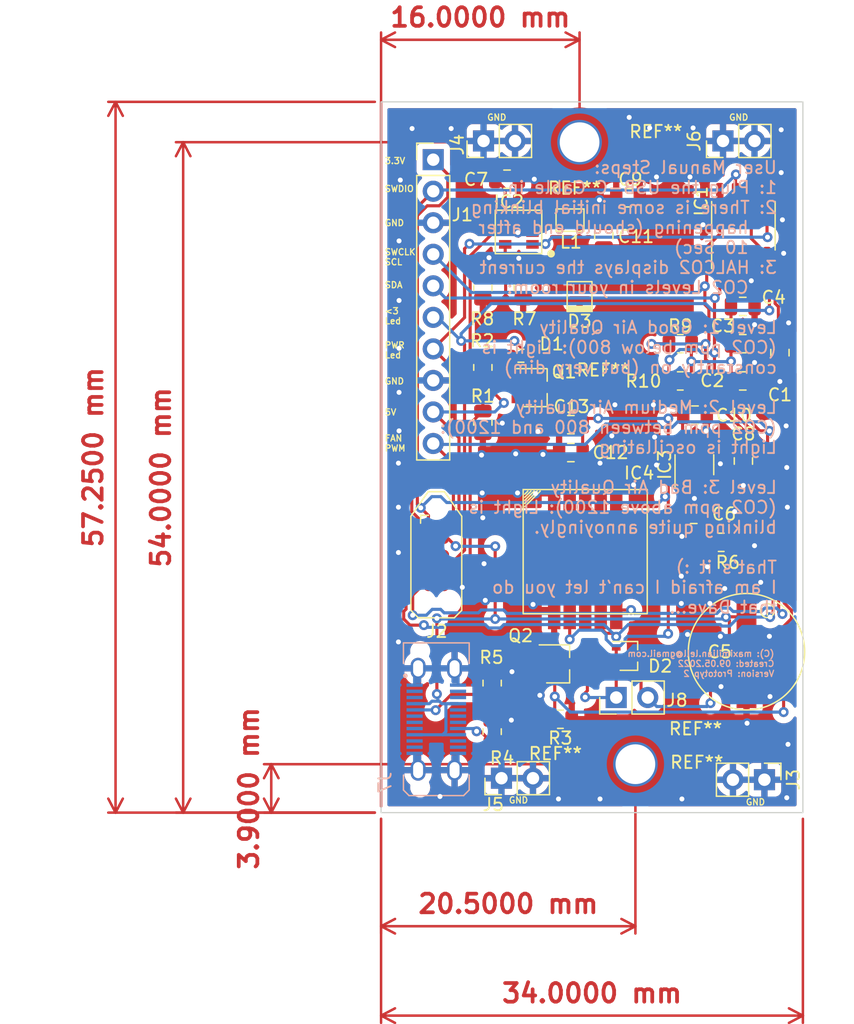
<source format=kicad_pcb>
(kicad_pcb (version 20211014) (generator pcbnew)
  (layers (0 "F.Cu" signal) (31 "B.Cu" signal) (34 "B.Paste" user) (35 "F.Paste" user) (36 "B.SilkS" user "B.Silkscreen") (37 "F.SilkS" user "F.Silkscreen") (38 "B.Mask" user) (39 "F.Mask" user) (44 "Edge.Cuts" user))
  (net 0 "")
  (net 1 "DcFan_TTL")
  (net 2 "GND")
  (net 3 "+3V3")
  (net 4 "+5V")
  (net 5 "Net-(C8-Pad1)")
  (net 6 "Net-(D1-Pad1)")
  (net 7 "I2C_SCL")
  (net 8 "SignalLed_PWM")
  (net 9 "StatusLed_TTL")
  (net 10 "SWDIO")
  (net 11 "Net-(IC2-Pad3)")
  (net 12 "Net-(IC3-Pad3)")
  (net 27 "Net-(D2-Pad1)")
  (net 33 "Net-(J7-PadB5)")
  (net 41 "Net-(J7-PadA5)")
  (net 44 "Net-(D1-Pad2)")
  (net 45 "I2C_SDA")
  (net 46 "/Power_LedDriver_Fan/Power LED Anode")
  (net 47 "/Power_LedDriver_Fan/Power LED Kathode")
  (footprint "MountingHole:MountingHole_3.2mm_M3_DIN965_Pad_TopOnly" (layer "F.Cu") (at 161.65 116.95)
    (fp_text reference "REF**")
    (fp_text value "MountingHole_3.2mm_M3_DIN965_Pad_TopOnly")
  )
  (footprint "Capacitor_SMD:C_0805_2012Metric" (layer "F.Cu") (at 156.45 89.6 180)
    (fp_text reference "C13")
    (fp_text value "100n")
  )
  (footprint "Connector_PinHeader_2.54mm:PinHeader_1x02_P2.54mm_Vertical" (layer "F.Cu") (at 160.10452 111.578448 90)
    (fp_text reference "J8")
    (fp_text value "~")
  )
  (footprint "Capacitor_SMD:C_0805_2012Metric" (layer "F.Cu") (at 156.45 91.85 180)
    (fp_text reference "C12")
    (fp_text value "1u")
  )
  (footprint "Package_SO:SO-8_3.9x4.9mm_P1.27mm" (layer "F.Cu") (at 170.35452 73.578448 90)
    (fp_text reference "IC1")
    (fp_text value "STM32G031J6")
  )
  (footprint "MountingHole:MountingHole_3.2mm_M3_DIN965_Pad_TopOnly" (layer "F.Cu") (at 157.15 66.85)
    (fp_text reference "REF**")
    (fp_text value "MountingHole_3.2mm_M3_DIN965_Pad_TopOnly")
  )
  (footprint "Resistor_SMD:R_0805_2012Metric" (layer "F.Cu") (at 165.26702 86.078448 180)
    (fp_text reference "R10")
    (fp_text value "5k1")
  )
  (footprint "Sensor:SCD4X" (layer "F.Cu") (at 157.60452 99.828448)
    (fp_text reference "IC4")
    (fp_text value "SCD4X")
  )
  (footprint "Package_TO_SOT_SMD:SOT-323_SC-70" (layer "F.Cu") (at 161.10452 108.228448)
    (fp_text reference "D2")
    (fp_text value "DAN235FMT106")
  )
  (footprint "Fiducial:Fiducial_0.75mm_Mask1.5mm" (layer "F.Cu") (at 152.55 114.85)
    (fp_text reference "REF**")
    (fp_text value "Fiducial_0.75mm_Mask1.5mm")
  )
  (footprint "Resistor_SMD:R_0805_2012Metric" (layer "F.Cu") (at 149.35452 89.415948 -90)
    (fp_text reference "R1")
    (fp_text value "5k1")
  )
  (footprint "Capacitor_SMD:C_0805_2012Metric" (layer "F.Cu") (at 161.05452 71.328448 180)
    (fp_text reference "C9")
    (fp_text value "10u")
  )
  (footprint "Fiducial:Fiducial_0.75mm_Mask1.5mm" (layer "F.Cu") (at 165.95 108.95)
    (fp_text reference "REF**")
    (fp_text value "Fiducial_0.75mm_Mask1.5mm")
  )
  (footprint "Resistor_SMD:R_0805_2012Metric" (layer "F.Cu") (at 150.10452 110.415948 90)
    (fp_text reference "R5")
    (fp_text value "5k1")
  )
  (footprint "Resistor_SMD:R_0805_2012Metric" (layer "F.Cu") (at 149.35452 84.990948 90)
    (fp_text reference "R2")
    (fp_text value "270R")
  )
  (footprint "Package_TO_SOT_SMD:TSOT-23" (layer "F.Cu") (at 153.59 86.6)
    (fp_text reference "Q1")
    (fp_text value "Q_NMOS_GSD")
  )
  (footprint "Connector_PinHeader_2.54mm:PinHeader_1x02_P2.54mm_Vertical" (layer "F.Cu") (at 172.05 118.2 -90)
    (fp_text reference "J3")
    (fp_text value "~")
  )
  (footprint "Fiducial:Fiducial_0.75mm_Mask1.5mm" (layer "F.Cu") (at 157.35 87.15)
    (fp_text reference "REF**")
    (fp_text value "Fiducial_0.75mm_Mask1.5mm")
  )
  (footprint "Resistor_SMD:R_0805_2012Metric" (layer "F.Cu") (at 149.35452 78.578448 90)
    (fp_text reference "R8")
    (fp_text value "5R6")
  )
  (footprint "Resistor_SMD:R_0805_2012Metric" (layer "F.Cu") (at 155.60452 113.328448)
    (fp_text reference "R3")
    (fp_text value "5k1")
  )
  (footprint "Connector_PinHeader_2.54mm:PinHeader_1x02_P2.54mm_Vertical" (layer "F.Cu") (at 150.85452 118.078448 90)
    (fp_text reference "J5")
    (fp_text value "~")
  )
  (footprint "Capacitor_SMD:C_0805_2012Metric" (layer "F.Cu") (at 166.45452 88.828448)
    (fp_text reference "C10")
    (fp_text value "1u")
  )
  (footprint "Connector:Tag-Connect_TC2050-IDC-NL_2x05_P1.27mm_Vertical" (layer "F.Cu") (at 145.60452 100.078448 -90)
    (fp_text reference "J2")
    (fp_text value "Conn_01x10")
  )
  (footprint "Capacitor_SMD:C_0805_2012Metric" (layer "F.Cu") (at 159.10452 74.378448 90)
    (fp_text reference "C11")
    (fp_text value "100n")
  )
  (footprint "Connector_PinHeader_2.54mm:PinHeader_1x02_P2.54mm_Vertical" (layer "F.Cu") (at 168.71 66.75 90)
    (fp_text reference "J6")
    (fp_text value "~")
  )
  (footprint "Capacitor_SMD:C_0805_2012Metric" (layer "F.Cu") (at 151.30452 69.828448)
    (fp_text reference "C7")
    (fp_text value "10u")
  )
  (footprint "Resistor_SMD:R_0805_2012Metric" (layer "F.Cu") (at 165.26702 83.078448 180)
    (fp_text reference "R9")
    (fp_text value "5k1")
  )
  (footprint "Resistor_SMD:R_0805_2012Metric" (layer "F.Cu") (at 152.60452 78.578448 90)
    (fp_text reference "R7")
    (fp_text value "6R8")
  )
  (footprint "Resistor_SMD:R_0603_1608Metric" (layer "F.Cu") (at 152.425 84.05 180)
    (fp_text reference "D1")
    (fp_text value "~")
  )
  (footprint "Custom_Parts:Cap_Elko_330u_6V3" (layer "F.Cu") (at 170.60452 105.078448 -90)
    (fp_text reference "C5")
    (fp_text value "330u")
  )
  (footprint "Capacitor_SMD:C_0805_2012Metric" (layer "F.Cu") (at 170.30452 80.078448)
    (fp_text reference "C4")
    (fp_text value "100n")
  )
  (footprint "Capacitor_SMD:C_0805_2012Metric" (layer "F.Cu") (at 170.35452 92.528448 -90)
    (fp_text reference "C8")
    (fp_text value "100n")
  )
  (footprint "Resistor_SMD:R_0805_2012Metric" (layer "F.Cu") (at 168.56702 99.078448 180)
    (fp_text reference "R6")
    (fp_text value "5k1")
  )
  (footprint "Connector_PinHeader_2.54mm:PinHeader_1x10_P2.54mm_Vertical" (layer "F.Cu") (at 145.35452 68.258448)
    (fp_text reference "J1")
    (fp_text value "Conn_01x10_Male")
  )
  (footprint "Capacitor_SMD:C_0805_2012Metric" (layer "F.Cu") (at 166.35452 96.828448)
    (fp_text reference "C6")
    (fp_text value "1u")
  )
  (footprint "Capacitor_SMD:C_0805_2012Metric" (layer "F.Cu") (at 173.3 83.8 -90)
    (fp_text reference "C1")
    (fp_text value "100n")
  )
  (footprint "Package_TO_SOT_SMD:TSOT25" (layer "F.Cu") (at 153.35452 75.078448 180)
    (fp_text reference "IC2")
    (fp_text value "PAM2804")
  )
  (footprint "Package_TO_SOT_SMD:TSOT-23-5" (layer "F.Cu") (at 166.40452 92.828448 90)
    (fp_text reference "IC3")
    (fp_text value "LDK120M33R")
  )
  (footprint "Package_TO_SOT_SMD:TSOT-23" (layer "F.Cu") (at 155.4 108.85)
    (fp_text reference "Q2")
    (fp_text value "Q_NMOS_GSD")
  )
  (footprint "Resistor_SMD:R_0805_2012Metric" (layer "F.Cu") (at 150.10452 114.328448 90)
    (fp_text reference "R4")
    (fp_text value "5k1")
  )
  (footprint "Fiducial:Fiducial_0.75mm_Mask1.5mm" (layer "F.Cu") (at 164.45 67.35)
    (fp_text reference "REF**")
    (fp_text value "Fiducial_0.75mm_Mask1.5mm")
  )
  (footprint "Capacitor_SMD:C_0805_2012Metric" (layer "F.Cu") (at 170.30452 83.078448)
    (fp_text reference "C3")
    (fp_text value "1u")
  )
  (footprint "Custom_Parts:Cree_SMD2" (layer "F.Cu") (at 157.15 79.578448 180)
    (fp_text reference "D3")
    (fp_text value "LED")
  )
  (footprint "Connector_PinHeader_2.54mm:PinHeader_1x02_P2.54mm_Vertical" (layer "F.Cu") (at 149.41 66.75 90)
    (fp_text reference "J4")
    (fp_text value "~")
  )
  (footprint "Custom_Parts:SRP2010DPA-4R7M" (layer "F.Cu") (at 155.65452 73.128448 -90)
    (fp_text reference "L1")
    (fp_text value "4u7")
  )
  (footprint "Capacitor_SMD:C_0805_2012Metric" (layer "F.Cu") (at 170.30452 86.078448)
    (fp_text reference "C2")
    (fp_text value "10u")
  )
  (footprint "Connector_USB:USB_C_Receptacle_JAE_DX07S024WJ3R400" (layer "B.Cu") (at 145.60452 113.328448 -90)
    (fp_text reference "J7")
    (fp_text value "~")
  )
  (gr_rect (start 141.15 63.6) (end 175.15 120.85) (layer "Edge.Cuts") (width 0.1) (fill none))
  (gr_text "(C): maximilian.lell@gmail.com\nCreated: 09.05.2022\nVersion: Prototyp 2\n" (at 172.9 108.85) (layer "B.SilkS") (effects (font (size 0.5 0.5) (thickness 0.1)) (justify left mirror)))
  (gr_text "User Manual Steps:\n1: Plug the USB-C Cable in.\n2: There is some initial blinking\n   happening (should end after \n   10 Sec)\n3: HALCO2 displays the current \n   CO2 Levels in your room:\n\nLevel 1: Good Air Quality\n(CO2 ppm below 800): Light is \nconstantly on (but very dim)\n\nLevel 2: Medium Air Quality\n(CO2 ppm between 800 and 1200):\nLight is oscillating\n\nLevel 3: Bad Air Quality\n(CO2 ppm above 1200): Light is\nblinking quite annoyingly.\n\nThat's it :)\nI am afraid I can't let you do \nthat Dave... " (at 173.15 86.6) (layer "B.SilkS") (effects (font (size 1 1)) (justify left mirror)))
  (gr_text "SWDIO" (at 141.4 70.6) (layer "F.SilkS") (effects (font (size 0.5 0.5) (thickness 0.1)) (justify left)))
  (gr_text "FAN\nPWM" (at 141.4 91.1) (layer "F.SilkS") (effects (font (size 0.5 0.5) (thickness 0.1)) (justify left)))
  (gr_text "PWR\nLed" (at 141.4 83.6) (layer "F.SilkS") (effects (font (size 0.5 0.5) (thickness 0.1)) (justify left)))
  (gr_text "SWCLK\nSCL" (at 141.4 76.1) (layer "F.SilkS") (effects (font (size 0.5 0.5) (thickness 0.1)) (justify left)))
  (gr_text "GND" (at 151.4 119.85) (layer "F.SilkS") (effects (font (size 0.5 0.5) (thickness 0.1)) (justify left)))
  (gr_text "GND" (at 141.4 86.1) (layer "F.SilkS") (effects (font (size 0.5 0.5) (thickness 0.1)) (justify left)))
  (gr_text "GND" (at 170.5 120) (layer "F.SilkS") (effects (font (size 0.5 0.5) (thickness 0.1)) (justify left)))
  (gr_text "5V" (at 141.4 88.6) (layer "F.SilkS") (effects (font (size 0.5 0.5) (thickness 0.1)) (justify left)))
  (gr_text "3.3V" (at 141.4 68.35) (layer "F.SilkS") (effects (font (size 0.5 0.5) (thickness 0.1)) (justify left)))
  (gr_text "GND" (at 141.4 73.35) (layer "F.SilkS") (effects (font (size 0.5 0.5) (thickness 0.1)) (justify left)))
  (gr_text "GND" (at 149.65 64.85) (layer "F.SilkS") (effects (font (size 0.5 0.5) (thickness 0.1)) (justify left)))
  (gr_text "SDA" (at 141.4 78.35) (layer "F.SilkS") (effects (font (size 0.5 0.5) (thickness 0.1)) (justify left)))
  (gr_text "<3\nLed" (at 141.4 80.85) (layer "F.SilkS") (effects (font (size 0.5 0.5) (thickness 0.1)) (justify left)))
  (gr_text "GND" (at 169.15 64.85) (layer "F.SilkS") (effects (font (size 0.5 0.5) (thickness 0.1)) (justify left)))
  (dimension (type aligned) (layer "F.Cu") (pts (xy 141.15 120.85) (xy 141.15 63.6)) (height -21.4) (gr_text "57.2500 mm" (at 117.95 92.225 90) (layer "F.Cu") (effects (font (size 1.5 1.5) (thickness 0.3)))) (format (units 3) (units_format 1) (precision 4)) (style (thickness 0.2) (arrow_length 1.27) (text_position_mode 0) (extension_height 0.58642) (extension_offset 0.5) keep_text_aligned))
  (dimension (type aligned) (layer "F.Cu") (pts (xy 141.15 120.85) (xy 175.15 120.85)) (height 16.349999) (gr_text "34.0000 mm" (at 158.15 135.399999) (layer "F.Cu") (effects (font (size 1.5 1.5) (thickness 0.3)))) (format (units 3) (units_format 1) (precision 4)) (style (thickness 0.2) (arrow_length 1.27) (text_position_mode 0) (extension_height 0.58642) (extension_offset 0.5) keep_text_aligned))
  (dimension (type orthogonal) (layer "F.Cu") (pts (xy 141.15 120.85) (xy 161.65 116.95)) (height 9.15) (orientation 0) (gr_text "20.5000 mm" (at 151.4 128.2) (layer "F.Cu") (effects (font (size 1.5 1.5) (thickness 0.3)))) (format (units 3) (units_format 1) (precision 4)) (style (thickness 0.2) (arrow_length 1.27) (text_position_mode 0) (extension_height 0.58642) (extension_offset 0.5) keep_text_aligned))
  (dimension (type orthogonal) (layer "F.Cu") (pts (xy 157.15 66.85) (xy 141.15 120.85)) (height -8.25) (orientation 0) (gr_text "16.0000 mm" (at 149.15 56.8) (layer "F.Cu") (effects (font (size 1.5 1.5) (thickness 0.3)))) (format (units 3) (units_format 1) (precision 4)) (style (thickness 0.2) (arrow_length 1.27) (text_position_mode 0) (extension_height 0.58642) (extension_offset 0.5) keep_text_aligned))
  (dimension (type orthogonal) (layer "F.Cu") (pts (xy 141.15 120.85) (xy 161.65 116.95)) (height -8.85) (orientation 1) (gr_text "3.9000 mm" (at 130.5 118.9 90) (layer "F.Cu") (effects (font (size 1.5 1.5) (thickness 0.3)))) (format (units 3) (units_format 1) (precision 4)) (style (thickness 0.2) (arrow_length 1.27) (text_position_mode 0) (extension_height 0.58642) (extension_offset 0.5) keep_text_aligned))
  (dimension (type orthogonal) (layer "F.Cu") (pts (xy 141.15 120.85) (xy 157.15 66.85)) (height -15.95) (orientation 1) (gr_text "54.0000 mm" (at 123.4 93.85 90) (layer "F.Cu") (effects (font (size 1.5 1.5) (thickness 0.3)))) (format (units 3) (units_format 1) (precision 4)) (style (thickness 0.2) (arrow_length 1.27) (text_position_mode 0) (extension_height 0.58642) (extension_offset 0.5) keep_text_aligned))
  (segment (start 145.35452 91.118448) (end 146.98144 92.745368) (width 0.25) (layer "F.Cu") (net 1))
  (segment (start 173.597041 112.752959) (end 173.597041 105.852959) (width 0.25) (layer "F.Cu") (net 1))
  (segment (start 174.224511 105.225489) (end 174.224511 104.549897) (width 0.25) (layer "F.Cu") (net 1))
  (segment (start 173.174511 80.099897) (end 173.174511 82.724511) (width 0.25) (layer "F.Cu") (net 1))
  (segment (start 173.597041 105.852959) (end 174.224511 105.225489) (width 0.25) (layer "F.Cu") (net 1))
  (segment (start 154.09 107.9) (end 155.15 108.96) (width 0.25) (layer "F.Cu") (net 1))
  (segment (start 146.98144 96.8) (end 146.977968 96.8) (width 0.25) (layer "F.Cu") (net 1))
  (segment (start 172.912307 79.837693) (end 173.174511 80.099897) (width 0.25) (layer "F.Cu") (net 1))
  (segment (start 172.25952 77.523802) (end 172.912307 78.176589) (width 0.25) (layer "F.Cu") (net 1))
  (segment (start 154.69202 113.328448) (end 155.15 112.870468) (width 0.25) (layer "F.Cu") (net 1))
  (segment (start 172.07904 84.07096) (end 172.07904 86.791421) (width 0.25) (layer "F.Cu") (net 1))
  (segment (start 174.224511 104.549897) (end 173.65 103.975386) (width 0.25) (layer "F.Cu") (net 1))
  (segment (start 155.15 108.96) (end 155.15 111.5) (width 0.25) (layer "F.Cu") (net 1))
  (segment (start 171.5 87.25) (end 170.75 88) (width 0.25) (layer "F.Cu") (net 1))
  (segment (start 173.3 82.85) (end 172.07904 84.07096) (width 0.25) (layer "F.Cu") (net 1))
  (segment (start 171.685 90.1) (end 172.45 90.1) (width 0.25) (layer "F.Cu") (net 1))
  (segment (start 172.30308 96.257485) (end 172.30308 90.24692) (width 0.25) (layer "F.Cu") (net 1))
  (segment (start 172.912307 78.176589) (end 172.912307 79.837693) (width 0.25) (layer "F.Cu") (net 1))
  (segment (start 146.98144 92.745368) (end 146.98144 96.8) (width 0.25) (layer "F.Cu") (net 1))
  (segment (start 172.25952 76.153448) (end 172.25952 77.523802) (width 0.25) (layer "F.Cu") (net 1))
  (segment (start 172.30308 90.24692) (end 172.45 90.1) (width 0.25) (layer "F.Cu") (net 1))
  (segment (start 146.977968 96.8) (end 146.23952 97.538448) (width 0.25) (layer "F.Cu") (net 1))
  (segment (start 155.15 112.870468) (end 155.15 111.5) (width 0.25) (layer "F.Cu") (net 1))
  (segment (start 170.75 88) (end 170.75 89.165) (width 0.25) (layer "F.Cu") (net 1))
  (segment (start 173.65 97.604405) (end 172.30308 96.257485) (width 0.25) (layer "F.Cu") (net 1))
  (segment (start 173.65 103.975386) (end 173.65 97.604405) (width 0.25) (layer "F.Cu") (net 1))
  (segment (start 172.07904 86.791421) (end 171.620461 87.25) (width 0.25) (layer "F.Cu") (net 1))
  (segment (start 170.75 89.165) (end 171.685 90.1) (width 0.25) (layer "F.Cu") (net 1))
  (segment (start 171.620461 87.25) (end 171.5 87.25) (width 0.25) (layer "F.Cu") (net 1))
  (via (at 173.597041 112.752959) (size 0.8) (drill 0.4) (layers "F.Cu" "B.Cu") (net 1))
  (via (at 172.45 90.1) (size 0.8) (drill 0.4) (layers "F.Cu" "B.Cu") (net 1))
  (via (at 155.15 111.5) (size 0.8) (drill 0.4) (layers "F.Cu" "B.Cu") (net 1))
  (segment (start 172.45 90.1) (end 171.724435 89.374435) (width 0.25) (layer "B.Cu") (net 1))
  (segment (start 173.597041 112.752959) (end 156.402959 112.752959) (width 0.25) (layer "B.Cu") (net 1))
  (segment (start 165.050179 89.374435) (end 164.600103 89.824511) (width 0.25) (layer "B.Cu") (net 1))
  (segment (start 163.5 89.54952) (end 159.25 89.54952) (width 0.25) (layer "B.Cu") (net 1))
  (segment (start 171.724435 89.374435) (end 165.050179 89.374435) (width 0.25) (layer "B.Cu") (net 1))
  (segment (start 164.600103 89.824511) (end 163.774991 89.824511) (width 0.25) (layer "B.Cu") (net 1))
  (segment (start 163.774991 89.824511) (end 163.5 89.54952) (width 0.25) (layer "B.Cu") (net 1))
  (segment (start 157.607977 91.191543) (end 145.427615 91.191543) (width 0.25) (layer "B.Cu") (net 1))
  (segment (start 156.402959 112.752959) (end 155.15 111.5) (width 0.25) (layer "B.Cu") (net 1))
  (segment (start 159.25 89.54952) (end 157.607977 91.191543) (width 0.25) (layer "B.Cu") (net 1))
  (segment (start 170.60452 110.678448) (end 170.60452 113.60452) (width 0.25) (layer "F.Cu") (net 2))
  (segment (start 170.60452 110.678448) (end 168.571552 110.678448) (width 0.25) (layer "F.Cu") (net 2))
  (segment (start 155.10452 95.128448) (end 153.621552 95.128448) (width 0.25) (layer "F.Cu") (net 2))
  (segment (start 158.75 71.5) (end 158.921552 71.328448) (width 0.25) (layer "F.Cu") (net 2))
  (segment (start 150.10452 109.503448) (end 151.7 109.5) (width 0.25) (layer "F.Cu") (net 2))
  (segment (start 150.10452 113.415948) (end 151.634052 113.415948) (width 0.25) (layer "F.Cu") (net 2))
  (segment (start 153.621552 95.128448) (end 153.6 95.15) (width 0.25) (layer "F.Cu") (net 2))
  (segment (start 154.35 91.85) (end 154.2 92) (width 0.25) (layer "F.Cu") (net 2))
  (segment (start 167.35 90.098946) (end 166.98 90.098946) (width 0.25) (layer "F.Cu") (net 2))
  (segment (start 149.35452 76.64548) (end 149.35452 77.665948) (width 0.25) (layer "F.Cu") (net 2))
  (segment (start 170.35452 93.478448) (end 170.35452 94.49548) (width 0.25) (layer "F.Cu") (net 2))
  (segment (start 152.60452 76.55452) (end 152.60452 77.665948) (width 0.25) (layer "F.Cu") (net 2))
  (segment (start 153.35452 74.128448) (end 152.178448 74.128448) (width 0.25) (layer "F.Cu") (net 2))
  (segment (start 142.728448 100.078448) (end 142.55 99.9) (width 0.25) (layer "F.Cu") (net 2))
  (segment (start 155.10452 95.128448) (end 155.10452 97.328448) (width 0.25) (layer "F.Cu") (net 2))
  (segment (start 151.634052 113.415948) (end 151.65 113.4) (width 0.25) (layer "F.Cu") (net 2))
  (segment (start 166.40452 90.674426) (end 166.40452 94.178448) (width 0.25) (layer "F.Cu") (net 2))
  (segment (start 170.60452 113.60452) (end 170.65 113.65) (width 0.25) (layer "F.Cu") (net 2))
  (segment (start 155.5 91.85) (end 155.10452 92.24548) (width 0.25) (layer "F.Cu") (net 2))
  (segment (start 152.25452 69.828448) (end 153.5 69.828448) (width 0.25) (layer "F.Cu") (net 2))
  (segment (start 166.40452 94.178448) (end 166.40452 95.54548) (width 0.25) (layer "F.Cu") (net 2))
  (segment (start 154.09 111.26) (end 153.95 111.4) (width 0.25) (layer "F.Cu") (net 2))
  (segment (start 154.09 109.8) (end 154.09 111.26) (width 0.25) (layer "F.Cu") (net 2))
  (segment (start 155.5 91.85) (end 154.35 91.85) (width 0.25) (layer "F.Cu") (net 2))
  (segment (start 167.40452 88.828448) (end 167.40452 90.044426) (width 0.25) (layer "F.Cu") (net 2))
  (segment (start 158.75 71.9) (end 158.75 71.5) (width 0.25) (layer "F.Cu") (net 2))
  (segment (start 158.921552 71.328448) (end 160.10452 71.328448) (width 0.25) (layer "F.Cu") (net 2))
  (segment (start 155.10452 97.328448) (end 157.60452 99.828448) (width 0.25) (layer "F.Cu") (net 2))
  (segment (start 171.25452 83.078448) (end 171.25452 84.59548) (width 0.25) (layer "F.Cu") (net 2))
  (segment (start 152.28 88.12) (end 150.921552 89.478448) (width 0.25) (layer "F.Cu") (net 2))
  (segment (start 153.849509 104.528448) (end 155.10452 104.528448) (width 0.25) (layer "F.Cu") (net 2))
  (segment (start 153.92952 111.37952) (end 153.95 111.4) (width 0.25) (layer "F.Cu") (net 2))
  (segment (start 173.3 84.75) (end 173.29548 86.121552) (width 0.25) (layer "F.Cu") (net 2))
  (segment (start 171.25452 86.078448) (end 171.25452 84.59548) (width 0.25) (layer "F.Cu") (net 2))
  (segment (start 171.25452 80.078448) (end 171.25452 78.27548) (width 0.25) (layer "F.Cu") (net 2))
  (segment (start 152.25 76.2) (end 152.60452 76.55452) (width 0.25) (layer "F.Cu") (net 2))
  (segment (start 171.25452 78.27548) (end 170.98952 78.01048) (width 0.25) (layer "F.Cu") (net 2))
  (segment (start 170.98952 78.01048) (end 170.98952 76.153448) (width 0.25) (layer "F.Cu") (net 2))
  (segment (start 166.98 90.098946) (end 166.40452 90.674426) (width 0.25) (layer "F.Cu") (net 2))
  (segment (start 171.25452 81.54548) (end 171.25452 80.078448) (width 0.25) (layer "F.Cu") (net 2))
  (segment (start 144.96952 100.078448) (end 142.728448 100.078448) (width 0.25) (layer "F.Cu") (net 2))
  (segment (start 168.571552 110.678448) (end 168.55 110.7) (width 0.25) (layer "F.Cu") (net 2))
  (segment (start 152.28 87.55) (end 152.28 88.12) (width 0.25) (layer "F.Cu") (net 2))
  (segment (start 171.25452 83.078448) (end 171.25452 81.54548) (width 0.25) (layer "F.Cu") (net 2))
  (segment (start 149.35452 90.328448) (end 150.20452 89.478448) (width 0.25) (layer "F.Cu") (net 2))
  (segment (start 153.4 104.078939) (end 153.849509 104.528448) (width 0.25) (layer "F.Cu") (net 2))
  (segment (start 155.10452 104.528448) (end 155.10452 102.728448) (width 0.25) (layer "F.Cu") (net 2))
  (segment (start 149.85 76.15) (end 149.35452 76.64548) (width 0.25) (layer "F.Cu") (net 2))
  (segment (start 159.10452 72.25452) (end 158.75 71.9) (width 0.25) (layer "F.Cu") (net 2))
  (segment (start 167.40452 90.044426) (end 167.35 90.098946) (width 0.25) (layer "F.Cu") (net 2))
  (segment (start 155.10452 92.24548) (end 155.10452 95.128448) (width 0.25) (layer "F.Cu") (net 2))
  (segment (start 170.35452 94.49548) (end 170.35 94.5) (width 0.25) (layer "F.Cu") (net 2))
  (segment (start 150.20452 89.478448) (end 150.921552 89.478448) (width 0.25) (layer "F.Cu") (net 2))
  (segment (start 159.10452 73.428448) (end 159.10452 72.25452) (width 0.25) (layer "F.Cu") (net 2))
  (segment (start 144.96952 100.078448) (end 146.23952 100.078448) (width 0.25) (layer "F.Cu") (net 2))
  (segment (start 155.10452 102.728448) (end 157.60452 100.228448) (width 0.25) (layer "F.Cu") (net 2))
  (segment (start 166.40452 95.54548) (end 166.40452 95.928448) (width 0.25) (layer "F.Cu") (net 2))
  (segment (start 155.5 89.6) (end 155.5 91.85) (width 0.25) (layer "F.Cu") (net 2))
  (segment (start 166.40452 95.928448) (end 167.30452 96.828448) (width 0.25) (layer "F.Cu") (net 2))
  (via (at 142.6 90.1) (size 0.8) (drill 0.4) (layers "F.Cu" "B.Cu") (net 2))
  (via (at 169.65 96.6) (size 0.8) (drill 0.4) (layers "F.Cu" "B.Cu") (net 2))
  (via (at 170.35 94.5) (size 0.8) (drill 0.4) (layers "F.Cu" "B.Cu") (net 2))
  (via (at 163.35 92.85) (size 0.8) (drill 0.4) (layers "F.Cu" "B.Cu") (net 2))
  (via (at 166.3 65.7) (size 0.8) (drill 0.4) (layers "F.Cu" "B.Cu") (net 2))
  (via (at 153.5 69.828448) (size 0.8) (drill 0.4) (layers "F.Cu" "B.Cu") (net 2))
  (via (at 142.6 74.8) (size 0.8) (drill 0.4) (layers "F.Cu" "B.Cu") (net 2))
  (via (at 173.4 69.3) (size 0.8) (drill 0.4) (layers "F.Cu" "B.Cu") (net 2))
  (via (at 142.55 92.7) (size 0.8) (drill 0.4) (layers "F.Cu" "B.Cu") (net 2))
  (via (at 158.8 119.75) (size 0.8) (drill 0.4) (layers "F.Cu" "B.Cu") (net 2))
  (via (at 143.65 65.75) (size 0.8) (drill 0.4) (layers "F.Cu" "B.Cu") (net 2))
  (via (at 153.6 95.15) (size 0.8) (drill 0.4) (layers "F.Cu" "B.Cu") (net 2))
  (via (at 173.85 93.05) (size 0.8) (drill 0.4) (layers "F.Cu" "B.Cu") (net 2))
  (via (at 151.65 113.4) (size 0.8) (drill 0.4) (layers "F.Cu" "B.Cu") (net 2))
  (via (at 142.6 87) (size 0.8) (drill 0.4) (layers "F.Cu" "B.Cu") (net 2))
  (via (at 167.1 73.5) (size 0.8) (drill 0.4) (layers "F.Cu" "B.Cu") (net 2))
  (via (at 149.55 103.75) (size 0.8) (drill 0.4) (layers "F.Cu" "B.Cu") (net 2))
  (via (at 162.8 65.7) (size 0.8) (drill 0.4) (layers "F.Cu" "B.Cu") (net 2))
  (via (at 171.25452 84.59548) (size 0.8) (drill 0.4) (layers "F.Cu" "B.Cu") (net 2))
  (via (at 172.5 111.5) (size 0.8) (drill 0.4) (layers "F.Cu" "B.Cu") (net 2))
  (via (at 173.9 96.25) (size 0.8) (drill 0.4) (layers "F.Cu" "B.Cu") (net 2))
  (via (at 165.85 106.5) (size 0.8) (drill 0.4) (layers "F.Cu" "B.Cu") (net 2))
  (via (at 168.55 110.7) (size 0.8) (drill 0.4) (layers "F.Cu" "B.Cu") (net 2))
  (via (at 166.05 69.65) (size 0.8) (drill 0.4) (layers "F.Cu" "B.Cu") (net 2))
  (via (at 170.65 113.65) (size 0.8) (drill 0.4) (layers "F.Cu" "B.Cu") (net 2))
  (via (at 171.25 99.35) (size 0.8) (drill 0.4) (layers "F.Cu" "B.Cu") (net 2))
  (via (at 165.4 119.75) (size 0.8) (drill 0.4) (layers "F.Cu" "B.Cu") (net 2))
  (via (at 166.40452 95.54548) (size 0.8) (drill 0.4) (layers "F.Cu" "B.Cu") (net 2))
  (via (at 146.8 65.75) (size 0.8) (drill 0.4) (layers "F.Cu" "B.Cu") (net 2))
  (via (at 161.15 64.85) (size 0.8) (drill 0.4) (layers "F.Cu" "B.Cu") (net 2))
  (via (at 167.65 104) (size 0.8) (drill 0.4) (layers "F.Cu" "B.Cu") (net 2))
  (via (at 158.8 92.7) (size 0.8) (drill 0.4) (layers "F.Cu" "B.Cu") (net 2))
  (via (at 153.95 111.4) (size 0.8) (drill 0.4) (layers "F.Cu" "B.Cu") (net 2))
  (via (at 152 91.95) (size 0.8) (drill 0.4) (layers "F.Cu" "B.Cu") (net 2))
  (via (at 173.5 73.1) (size 0.8) (drill 0.4) (layers "F.Cu" "B.Cu") (net 2))
  (via (at 152.178448 74.128448) (size 0.8) (drill 0.4) (layers "F.Cu" "B.Cu") (net 2))
  (via (at 171.75 102.3) (size 0.8) (drill 0.4) (layers "F.Cu" "B.Cu") (net 2))
  (via (at 149.35 97.1) (size 0.8) (drill 0.4) (layers "F.Cu" "B.Cu") (net 2))
  (via (at 173.6 75.8) (size 0.8) (drill 0.4) (layers "F.Cu" "B.Cu") (net 2))
  (via (at 160 88) (size 0.8) (drill 0.4) (layers "F.Cu" "B.Cu") (net 2))
  (via (at 165.35 101.8) (size 0.8) (drill 0.4) (layers "F.Cu" "B.Cu") (net 2))
  (via (at 142.55 99.9) (size 0.8) (drill 0.4) (layers "F.Cu" "B.Cu") (net 2))
  (via (at 152.15 95.1) (size 0.8) (drill 0.4) (layers "F.Cu" "B.Cu") (net 2))
  (via (at 170.98952 78.01048) (size 0.8) (drill 0.4) (layers "F.Cu" "B.Cu") (net 2))
  (via (at 159.75 90.5) (size 0.8) (drill 0.4) (layers "F.Cu" "B.Cu") (net 2))
  (via (at 167.35 90.098946) (size 0.8) (drill 0.4) (layers "F.Cu" "B.Cu") (net 2))
  (via (at 163.1 88) (size 0.8) (drill 0.4) (layers "F.Cu" "B.Cu") (net 2))
  (via (at 142.55 107.1) (size 0.8) (drill 0.4) (layers "F.Cu" "B.Cu") (net 2))
  (via (at 163.2 90.6) (size 0.8) (drill 0.4) (layers "F.Cu" "B.Cu") (net 2))
  (via (at 168.85 102.8) (size 0.8) (drill 0.4) (layers "F.Cu" "B.Cu") (net 2))
  (via (at 165.4 98.6) (size 0.8) (drill 0.4) (layers "F.Cu" "B.Cu") (net 2))
  (via (at 153.4 104.078939) (size 0.8) (drill 0.4) (layers "F.Cu" "B.Cu") (net 2))
  (via (at 142.7 69.9) (size 0.8) (drill 0.4) (layers "F.Cu" "B.Cu") (net 2))
  (via (at 158.75 71.5) (size 0.8) (drill 0.4) (layers "F.Cu" "B.Cu") (net 2))
  (via (at 149.45 100.8) (size 0.8) (drill 0.4) (layers "F.Cu" "B.Cu") (net 2))
  (via (at 167.45 101.05) (size 0.8) (drill 0.4) (layers "F.Cu" "B.Cu") (net 2))
  (via (at 150.921552 89.478448) (size 0.8) (drill 0.4) (layers "F.Cu" "B.Cu") (net 2))
  (via (at 168.5 92.75) (size 0.8) (drill 0.4) (layers "F.Cu" "B.Cu") (net 2))
  (via (at 174 81.4) (size 0.8) (drill 0.4) (layers "F.Cu" "B.Cu") (net 2))
  (via (at 173.85 119.65) (size 0.8) (drill 0.4) (layers "F.Cu" "B.Cu") (net 2))
  (via (at 142.55 96.25) (size 0.8) (drill 0.4) (layers "F.Cu" "B.Cu") (net 2))
  (via (at 173.8 89.7) (size 0.8) (drill 0.4) (layers "F.Cu" "B.Cu") (net 2))
  (via (at 149.85 76.15) (size 0.8) (drill 0.4) (layers "F.Cu" "B.Cu") (net 2))
  (via (at 153.8 90.15) (size 0.8) (drill 0.4) (layers "F.Cu" "B.Cu") (net 2))
  (via (at 172.45 106.65) (size 0.8) (drill 0.4) (layers "F.Cu" "B.Cu") (net 2))
  (via (at 147.7 102.7) (size 0.8) (drill 0.4) (layers "F.Cu" "B.Cu") (net 2))
  (via (at 151.7 109.5) (size 0.8) (drill 0.4) (layers "F.Cu" "B.Cu") (net 2))
  (via (at 173.95 115.35) (size 0.8) (drill 0.4) (layers "F.Cu" "B.Cu") (net 2))
  (via (at 163.35 69.65) (size 0.8) (drill 0.4) (layers "F.Cu" "B.Cu") (net 2))
  (via (at 142.6 83.45) (size 0.8) (drill 0.4) (layers "F.Cu" "B.Cu") (net 2))
  (via (at 171.25452 81.54548) (size 0.8) (drill 0.4) (layers "F.Cu" "B.Cu") (net 2))
  (via (at 142.6 79.6) (size 0.8) (drill 0.4) (layers "F.Cu" "B.Cu") (net 2))
  (via (at 154.2 92) (size 0.8) (drill 0.4) (layers "F.Cu" "B.Cu") (net 2))
  (via (at 173.29548 86.121552) (size 0.8) (drill 0.4) (layers "F.Cu" "B.Cu") (net 2))
  (via (at 149.3 95.1) (size 0.8) (drill 0.4) (layers "F.Cu" "B.Cu") (net 2))
  (via (at 165.35 104) (size 0.8) (drill 0.4) (layers "F.Cu" "B.Cu") (net 2))
  (via (at 145.9 119.55) (size 0.8) (drill 0.4) (layers "F.Cu" "B.Cu") (net 2))
  (via (at 152.25 76.2) (size 0.8) (drill 0.4) (layers "F.Cu" "B.Cu") (net 2))
  (via (at 168.5 106.65) (size 0.8) (drill 0.4) (layers "F.Cu" "B.Cu") (net 2))
  (via (at 161.5 94.45) (size 0.8) (drill 0.4) (layers "F.Cu" "B.Cu") (net 2))
  (via (at 173.4 65.85) (size 0.8) (drill 0.4) (layers "F.Cu" "B.Cu") (net 2))
  (via (at 149.25 92.05) (size 0.8) (drill 0.4) (layers "F.Cu" "B.Cu") (net 2))
  (via (at 155.45 119.75) (size 0.8) (drill 0.4) (layers "F.Cu" "B.Cu") (net 2))
  (segment (start 143.85452 110.578448) (end 143.85452 109.508448) (width 0.25) (layer "B.Cu") (net 2))
  (segment (start 147.35452 110.578448) (end 147.35452 109.508448) (width 0.25) (layer "B.Cu") (net 2))
  (segment (start 143.85452 116.078448) (end 143.85452 117.148448) (width 0.25) (layer "B.Cu") (net 2))
  (segment (start 147.35452 116.078448) (end 147.35452 117.148448) (width 0.25) (layer "B.Cu") (net 2))
  (segment (start 157.4 91.85) (end 157.4 89.1) (width 0.25) (layer "F.Cu") (net 3))
  (segment (start 166.17952 88.153448) (end 165.50452 88.828448) (width 0.25) (layer "F.Cu") (net 3))
  (segment (start 157.4 91.85) (end 156.35452 92.89548) (width 0.25) (layer "F.Cu") (net 3))
  (segment (start 156.35452 104.528448) (end 156.35452 106.89548) (width 0.25) (layer "F.Cu") (net 3))
  (segment (start 146.529031 71.284947) (end 146.529031 69.432959) (width 0.25) (layer "F.Cu") (net 3))
  (segment (start 144.868021 71.972959) (end 145.841019 71.972959) (width 0.25) (layer "F.Cu") (net 3))
  (segment (start 156.35452 92.89548) (end 156.35452 95.128448) (width 0.25) (layer "F.Cu") (net 3))
  (segment (start 169.71952 77.43048) (end 169.35 77.8) (width 0.25) (layer "F.Cu") (net 3))
  (segment (start 164.3 95.4) (end 164.3 106.426979) (width 0.25) (layer "F.Cu") (net 3))
  (segment (start 164.3 95.4) (end 164.05 95.4) (width 0.25) (layer "F.Cu") (net 3))
  (segment (start 164.3 89.1) (end 164.3 95.4) (width 0.25) (layer "F.Cu") (net 3))
  (segment (start 166.17952 83.078448) (end 166.15 84.5) (width 0.25) (layer "F.Cu") (net 3))
  (segment (start 144.35 96.3) (end 144.075009 96.025009) (width 0.25) (layer "F.Cu") (net 3))
  (segment (start 157.4 89.1) (end 158.65 89.1) (width 0.25) (layer "F.Cu") (net 3))
  (segment (start 169.35452 84.49548) (end 169.35452 86.078448) (width 0.25) (layer "F.Cu") (net 3))
  (segment (start 169.35452 80.078448) (end 169.35452 83.078448) (width 0.25) (layer "F.Cu") (net 3))
  (segment (start 169.71952 76.153448) (end 169.71952 77.43048) (width 0.25) (layer "F.Cu") (net 3))
  (segment (start 144.96952 97.538448) (end 144.96952 96.91952) (width 0.25) (layer "F.Cu") (net 3))
  (segment (start 166.15 84.5) (end 166.17952 86.078448) (width 0.25) (layer "F.Cu") (net 3))
  (segment (start 169.35452 83.078448) (end 169.35452 84.49548) (width 0.25) (layer "F.Cu") (net 3))
  (segment (start 144.075009 96.025009) (end 144.075009 72.765971) (width 0.25) (layer "F.Cu") (net 3))
  (segment (start 146.529031 69.432959) (end 145.35452 68.258448) (width 0.25) (layer "F.Cu") (net 3))
  (segment (start 145.841019 71.972959) (end 146.529031 71.284947) (width 0.25) (layer "F.Cu") (net 3))
  (segment (start 144.075009 72.765971) (end 144.868021 71.972959) (width 0.25) (layer "F.Cu") (net 3))
  (segment (start 165.45452 91.478448) (end 165.45452 88.878448) (width 0.25) (layer "F.Cu") (net 3))
  (segment (start 164.571552 88.828448) (end 164.3 89.1) (width 0.25) (layer "F.Cu") (net 3))
  (segment (start 169.35 77.8) (end 169.35 80.073928) (width 0.25) (layer "F.Cu") (net 3))
  (segment (start 165.50452 88.828448) (end 164.571552 88.828448) (width 0.25) (layer "F.Cu") (net 3))
  (segment (start 144.96952 96.91952) (end 144.35 96.3) (width 0.25) (layer "F.Cu") (net 3))
  (segment (start 166.17952 86.078448) (end 166.17952 88.153448) (width 0.25) (layer "F.Cu") (net 3))
  (via (at 156.35452 106.89548) (size 0.8) (drill 0.4) (layers "F.Cu" "B.Cu") (net 3))
  (via (at 166.15 84.5) (size 0.8) (drill 0.4) (layers "F.Cu" "B.Cu") (net 3))
  (via (at 158.65 89.1) (size 0.8) (drill 0.4) (layers "F.Cu" "B.Cu") (net 3))
  (via (at 169.35452 84.49548) (size 0.8) (drill 0.4) (layers "F.Cu" "B.Cu") (net 3))
  (via (at 164.05 95.4) (size 0.8) (drill 0.4) (layers "F.Cu" "B.Cu") (net 3))
  (via (at 164.3 89.1) (size 0.8) (drill 0.4) (layers "F.Cu" "B.Cu") (net 3))
  (via (at 164.288489 106.438489) (size 0.8) (drill 0.4) (layers "F.Cu" "B.Cu") (net 3))
  (via (at 144.35 96.3) (size 0.8) (drill 0.4) (layers "F.Cu" "B.Cu") (net 3))
  (segment (start 159.799897 107.402461) (end 159.293166 106.89573) (width 0.25) (layer "B.Cu") (net 3))
  (segment (start 166.15 84.5) (end 166.174511 84.524511) (width 0.25) (layer "B.Cu") (net 3))
  (segment (start 161.024511 106.65) (end 160.824511 106.85) (width 0.25) (layer "B.Cu") (net 3))
  (segment (start 163.575489 95.874511) (end 146.440697 95.874511) (width 0.25) (layer "B.Cu") (net 3))
  (segment (start 164.05 95.4) (end 163.575489 95.874511) (width 0.25) (layer "B.Cu") (net 3))
  (segment (start 160.447539 107.402461) (end 159.799897 107.402461) (width 0.25) (layer "B.Cu") (net 3))
  (segment (start 160.824511 106.85) (end 160.824511 107.025489) (width 0.25) (layer "B.Cu") (net 3))
  (segment (start 146.440697 95.874511) (end 145.964813 95.398627) (width 0.25) (layer "B.Cu") (net 3))
  (segment (start 144.35 96.292854) (end 144.35 96.3) (width 0.25) (layer "B.Cu") (net 3))
  (segment (start 157.098001 106.151999) (end 156.35452 106.89548) (width 0.25) (layer "B.Cu") (net 3))
  (segment (start 164.076979 106.65) (end 161.024511 106.65) (width 0.25) (layer "B.Cu") (net 3))
  (segment (start 169.325489 84.524511) (end 169.35452 84.49548) (width 0.25) (layer "B.Cu") (net 3))
  (segment (start 158.65 89.1) (end 164.3 89.1) (width 0.25) (layer "B.Cu") (net 3))
  (segment (start 145.244227 95.398627) (end 144.35 96.292854) (width 0.25) (layer "B.Cu") (net 3))
  (segment (start 159.293166 106.506834) (end 158.938331 106.151999) (width 0.25) (layer "B.Cu") (net 3))
  (segment (start 158.938331 106.151999) (end 157.098001 106.151999) (width 0.25) (layer "B.Cu") (net 3))
  (segment (start 164.288489 106.438489) (end 164.076979 106.65) (width 0.25) (layer "B.Cu") (net 3))
  (segment (start 166.174511 84.524511) (end 169.325489 84.524511) (width 0.25) (layer "B.Cu") (net 3))
  (segment (start 160.824511 107.025489) (end 160.447539 107.402461) (width 0.25) (layer "B.Cu") (net 3))
  (segment (start 145.964813 95.398627) (end 145.244227 95.398627) (width 0.25) (layer "B.Cu") (net 3))
  (segment (start 159.293166 106.89573) (end 159.293166 106.506834) (width 0.25) (layer "B.Cu") (net 3))
  (segment (start 170.60452 105.078448) (end 170.60452 102.50452) (width 0.25) (layer "F.Cu") (net 4))
  (segment (start 150.35 99.4) (end 150.347041 99.402959) (width 0.25) (layer "F.Cu") (net 4))
  (segment (start 146.23952 98.808448) (end 146.582743 98.808448) (width 0.25) (layer "F.Cu") (net 4))
  (segment (start 146.23952 98.808448) (end 147.43096 97.617008) (width 0.25) (layer "F.Cu") (net 4))
  (segment (start 167.65452 99.55452) (end 170.60452 102.50452) (width 0.25) (layer "F.Cu") (net 4))
  (segment (start 146.582743 98.808448) (end 147.15598 99.381685) (width 0.25) (layer "F.Cu") (net 4))
  (segment (start 169.224511 109.000875) (end 167.7 110.525386) (width 0.25) (layer "F.Cu") (net 4))
  (segment (start 150.347041 99.402959) (end 150.347041 105.252959) (width 0.25) (layer "F.Cu") (net 4))
  (segment (start 147.43096 90.654888) (end 145.35452 88.578448) (width 0.25) (layer "F.Cu") (net 4))
  (segment (start 151.15552 70.629448) (end 151.15552 73.178448) (width 0.25) (layer "F.Cu") (net 4))
  (segment (start 169.224511 105.374511) (end 169.224511 109.000875) (width 0.25) (layer "F.Cu") (net 4))
  (segment (start 151.15552 73.178448) (end 148.33 76.003968) (width 0.25) (layer "F.Cu") (net 4))
  (segment (start 147.43096 97.617008) (end 147.43096 90.654888) (width 0.25) (layer "F.Cu") (net 4))
  (segment (start 167.7 110.525386) (end 167.7 112.028459) (width 0.25) (layer "F.Cu") (net 4))
  (segment (start 168.95 105.1) (end 169.224511 105.374511) (width 0.25) (layer "F.Cu") (net 4))
  (segment (start 150.35452 69.828448) (end 151.15552 70.629448) (width 0.25) (layer "F.Cu") (net 4))
  (segment (start 148.33 84.878928) (end 149.35452 85.903448) (width 0.25) (layer "F.Cu") (net 4))
  (segment (start 162.10452 111.038448) (end 162.64452 111.578448) (width 0.25) (layer "F.Cu") (net 4))
  (segment (start 170.60452 105.078448) (end 168.971552 105.078448) (width 0.25) (layer "F.Cu") (net 4))
  (segment (start 149.35452 86.15452) (end 151.05 87.85) (width 0.25) (layer "F.Cu") (net 4))
  (segment (start 168.971552 105.078448) (end 168.95 105.1) (width 0.25) (layer "F.Cu") (net 4))
  (segment (start 145.65 105.2) (end 145.65 111.3) (width 0.25) (layer "F.Cu") (net 4))
  (segment (start 165.45452 94.178448) (end 165.45452 96.778448) (width 0.25) (layer "F.Cu") (net 4))
  (segment (start 167.65452 99.078448) (end 165.40452 96.828448) (width 0.25) (layer "F.Cu") (net 4))
  (segment (start 148.33 76.003968) (end 148.33 84.878928) (width 0.25) (layer "F.Cu") (net 4))
  (segment (start 162.10452 108.228448) (end 162.10452 111.038448) (width 0.25) (layer "F.Cu") (net 4))
  (via (at 150.35 99.4) (size 0.8) (drill 0.4) (layers "F.Cu" "B.Cu") (net 4))
  (via (at 150.347041 105.252959) (size 0.8) (drill 0.4) (layers "F.Cu" "B.Cu") (net 4))
  (via (at 145.65 111.3) (size 0.8) (drill 0.4) (layers "F.Cu" "B.Cu") (net 4))
  (via (at 167.7 112.028459) (size 0.8) (drill 0.4) (layers "F.Cu" "B.Cu") (net 4))
  (via (at 147.15598 99.381685) (size 0.8) (drill 0.4) (layers "F.Cu" "B.Cu") (net 4))
  (via (at 151.05 87.85) (size 0.8) (drill 0.4) (layers "F.Cu" "B.Cu") (net 4))
  (via (at 168.95 105.1) (size 0.8) (drill 0.4) (layers "F.Cu" "B.Cu") (net 4))
  (via (at 145.65 105.2) (size 0.8) (drill 0.4) (layers "F.Cu" "B.Cu") (net 4))
  (segment (start 145.725489 111.375489) (end 145.65 111.3) (width 0.25) (layer "B.Cu") (net 4))
  (segment (start 146.121552 114.578448) (end 147.35452 114.578448) (width 0.25) (layer "B.Cu") (net 4))
  (segment (start 167.42502 112.303439) (end 163.369511 112.303439) (width 0.25) (layer "B.Cu") (net 4))
  (segment (start 145.249897 111.875489) (end 145.725489 111.875489) (width 0.25) (layer "B.Cu") (net 4))
  (segment (start 146.378448 112.120498) (end 146.378448 114.228448) (width 0.25) (layer "B.Cu") (net 4))
  (segment (start 146.378448 114.321552) (end 146.121552 114.578448) (width 0.25) (layer "B.Cu") (net 4))
  (segment (start 146.420498 112.078448) (end 146.378448 112.120498) (width 0.25) (layer "B.Cu") (net 4))
  (segment (start 145.725489 111.875489) (end 145.725489 111.375489) (width 0.25) (layer "B.Cu") (net 4))
  (segment (start 143.85452 112.078448) (end 145.046938 112.078448) (width 0.25) (layer "B.Cu") (net 4))
  (segment (start 150.347041 105.252959) (end 145.702959 105.252959) (width 0.25) (layer "B.Cu") (net 4))
  (segment (start 145.725489 111.875489) (end 145.850103 111.875489) (width 0.25) (layer "B.Cu") (net 4))
  (segment (start 150.35 99.4) (end 147.174295 99.4) (width 0.25) (layer "B.Cu") (net 4))
  (segment (start 147.35452 112.078448) (end 146.420498 112.078448) (width 0.25) (layer "B.Cu") (net 4))
  (segment (start 145.850103 111.875489) (end 146.053062 112.078448) (width 0.25) (layer "B.Cu") (net 4))
  (segment (start 151.05 87.85) (end 150.321552 88.578448) (width 0.25) (layer "B.Cu") (net 4))
  (segment (start 146.053062 112.078448) (end 147.35452 112.078448) (width 0.25) (layer "B.Cu") (net 4))
  (segment (start 145.046938 112.078448) (end 145.249897 111.875489) (width 0.25) (layer "B.Cu") (net 4))
  (segment (start 147.174295 99.4) (end 147.15598 99.381685) (width 0.25) (layer "B.Cu") (net 4))
  (segment (start 168.797041 105.252959) (end 150.347041 105.252959) (width 0.25) (layer "B.Cu") (net 4))
  (segment (start 145.702959 105.252959) (end 145.65 105.2) (width 0.25) (layer "B.Cu") (net 4))
  (segment (start 143.85452 114.578448) (end 146.121552 114.578448) (width 0.25) (layer "B.Cu") (net 4))
  (segment (start 146.378448 114.228448) (end 146.378448 114.321552) (width 0.25) (layer "B.Cu") (net 4))
  (segment (start 168.95 105.1) (end 168.797041 105.252959) (width 0.25) (layer "B.Cu") (net 4))
  (segment (start 167.7 112.028459) (end 167.42502 112.303439) (width 0.25) (layer "B.Cu") (net 4))
  (segment (start 150.321552 88.578448) (end 145.35452 88.578448) (width 0.25) (layer "B.Cu") (net 4))
  (segment (start 163.369511 112.303439) (end 162.64452 111.578448) (width 0.25) (layer "B.Cu") (net 4))
  (segment (start 167.35452 91.478448) (end 170.25452 91.478448) (width 0.25) (layer "F.Cu") (net 5))
  (segment (start 154.9 85.7) (end 153.25 84.05) (width 0.25) (layer "F.Cu") (net 6))
  (segment (start 154.9 86.6) (end 154.9 85.7) (width 0.25) (layer "F.Cu") (net 6))
  (segment (start 167.57498 87.261415) (end 171.40404 91.090475) (width 0.25) (layer "F.Cu") (net 7))
  (segment (start 167.25 78.45) (end 167.4 78.3) (width 0.25) (layer "F.Cu") (net 7))
  (segment (start 167.57498 82.82502) (end 167.3 83.1) (width 0.25) (layer "F.Cu") (net 7))
  (segment (start 158.85452 105.97747) (end 158.85452 104.528448) (width 0.25) (layer "F.Cu") (net 7))
  (segment (start 167.57498 84.6) (end 167.57498 87.261415) (width 0.25) (layer "F.Cu") (net 7))
  (segment (start 143.162693 103.155275) (end 143.162693 104.462693) (width 0.25) (layer "F.Cu") (net 7))
  (segment (start 171.40404 96.629881) (end 172.75 97.975841) (width 0.25) (layer "F.Cu") (net 7))
  (segment (start 167.4 75.3) (end 168.44952 74.25048) (width 0.25) (layer "F.Cu") (net 7))
  (segment (start 167.25 79.92502) (end 167.57498 80.25) (width 0.25) (layer "F.Cu") (net 7))
  (segment (start 172.75 104.857893) (end 172.507904 105.099989) (width 0.25) (layer "F.Cu") (net 7))
  (segment (start 167.4 78.3) (end 167.4 75.3) (width 0.25) (layer "F.Cu") (net 7))
  (segment (start 167.25 78.45) (end 167.25 79.92502) (width 0.25) (layer "F.Cu") (net 7))
  (segment (start 143.162693 104.462693) (end 142.975489 104.649897) (width 0.25) (layer "F.Cu") (net 7))
  (segment (start 160.1 106.67795) (end 159.825009 106.402959) (width 0.25) (layer "F.Cu") (net 7))
  (segment (start 167.57498 80.25) (end 167.57498 82.82502) (width 0.25) (layer "F.Cu") (net 7))
  (segment (start 168.44952 74.25048) (end 168.44952 71.003448) (width 0.25) (layer "F.Cu") (net 7))
  (segment (start 143.475386 105.75) (end 144.6 105.75) (width 0.25) (layer "F.Cu") (net 7))
  (segment (start 159.825009 106.402959) (end 159.280009 106.402959) (width 0.25) (layer "F.Cu") (net 7))
  (segment (start 171.40404 91.090475) (end 171.40404 96.629881) (width 0.25) (layer "F.Cu") (net 7))
  (segment (start 172.75 97.975841) (end 172.75 104.857893) (width 0.25) (layer "F.Cu") (net 7))
  (segment (start 162.971552 83.078448) (end 162.95 83.1) (width 0.25) (layer "F.Cu") (net 7))
  (segment (start 142.975489 104.649897) (end 142.975489 105.250103) (width 0.25) (layer "F.Cu") (net 7))
  (segment (start 164.35452 83.078448) (end 162.971552 83.078448) (width 0.25) (layer "F.Cu") (net 7))
  (segment (start 167.3 84.32502) (end 167.57498 84.6) (width 0.25) (layer "F.Cu") (net 7))
  (segment (start 167.3 83.1) (end 167.3 84.32502) (width 0.25) (layer "F.Cu") (net 7))
  (segment (start 142.975489 105.250103) (end 143.475386 105.75) (width 0.25) (layer "F.Cu") (net 7))
  (segment (start 159.280009 106.402959) (end 158.85452 105.97747) (width 0.25) (layer "F.Cu") (net 7))
  (segment (start 144.96952 101.348448) (end 143.162693 103.155275) (width 0.25) (layer "F.Cu") (net 7))
  (via (at 167.3 83.1) (size 0.8) (drill 0.4) (layers "F.Cu" "B.Cu") (net 7))
  (via (at 162.95 83.1) (size 0.8) (drill 0.4) (layers "F.Cu" "B.Cu") (net 7))
  (via (at 167.25 78.45) (size 0.8) (drill 0.4) (layers "F.Cu" "B.Cu") (net 7))
  (via (at 172.507904 105.099989) (size 0.8) (drill 0.4) (layers "F.Cu" "B.Cu") (net 7))
  (via (at 144.6 105.75) (size 0.8) (drill 0.4) (layers "F.Cu" "B.Cu") (net 7))
  (via (at 160.1 106.67795) (size 0.8) (drill 0.4) (layers "F.Cu" "B.Cu") (net 7))
  (segment (start 149.824991 105.97747) (end 150.775009 105.97747) (width 0.25) (layer "B.Cu") (net 7))
  (segment (start 169.250103 105.824511) (end 168.622032 105.824511) (width 0.25) (layer "B.Cu") (net 7))
  (segment (start 169.974625 105.099989) (end 169.250103 105.824511) (width 0.25) (layer "B.Cu") (net 7))
  (segment (start 166.74952 78.95048) (end 148.426552 78.95048) (width 0.25) (layer "B.Cu") (net 7))
  (segment (start 148.426552 78.95048) (end 145.35452 75.878448) (width 0.25) (layer "B.Cu") (net 7))
  (segment (start 161.075471 105.702479) (end 160.1 106.67795) (width 0.25) (layer "B.Cu") (net 7))
  (segment (start 168.5 105.702479) (end 161.075471 105.702479) (width 0.25) (layer "B.Cu") (net 7))
  (segment (start 144.6 105.75) (end 144.774511 105.924511) (width 0.25) (layer "B.Cu") (net 7))
  (segment (start 167.25 78.45) (end 166.74952 78.95048) (width 0.25) (layer "B.Cu") (net 7))
  (segment (start 160.1 106.67795) (end 159.124528 105.702479) (width 0.25) (layer "B.Cu") (net 7))
  (segment (start 172.507904 105.099989) (end 169.974625 105.099989) (width 0.25) (layer "B.Cu") (net 7))
  (segment (start 146.177968 105.924511) (end 146.4 105.702479) (width 0.25) (layer "B.Cu") (net 7))
  (segment (start 150.775009 105.97747) (end 151.05 105.702479) (width 0.25) (layer "B.Cu") (net 7))
  (segment (start 162.95 83.1) (end 167.3 83.1) (width 0.25) (layer "B.Cu") (net 7))
  (segment (start 149.55 105.702479) (end 149.824991 105.97747) (width 0.25) (layer "B.Cu") (net 7))
  (segment (start 168.622032 105.824511) (end 168.5 105.702479) (width 0.25) (layer "B.Cu") (net 7))
  (segment (start 151.05 105.702479) (end 159.124528 105.702479) (width 0.25) (layer "B.Cu") (net 7))
  (segment (start 144.774511 105.924511) (end 146.177968 105.924511) (width 0.25) (layer "B.Cu") (net 7))
  (segment (start 146.4 105.702479) (end 149.55 105.702479) (width 0.25) (layer "B.Cu") (net 7))
  (segment (start 172.25952 74.45952) (end 172.3 74.5) (width 0.25) (layer "F.Cu") (net 8))
  (segment (start 154.371552 75.078448) (end 154.4 75.05) (width 0.25) (layer "F.Cu") (net 8))
  (segment (start 153.35452 75.078448) (end 154.371552 75.078448) (width 0.25) (layer "F.Cu") (net 8))
  (segment (start 147.88048 75.42889) (end 147.88048 80.972488) (width 0.25) (layer "F.Cu") (net 8))
  (segment (start 147.88048 80.972488) (end 145.35452 83.498448) (width 0.25) (layer "F.Cu") (net 8))
  (segment (start 148.279685 75.029685) (end 147.88048 75.42889) (width 0.25) (layer "F.Cu") (net 8))
  (segment (start 172.25952 71.003448) (end 172.25952 74.45952) (width 0.25) (layer "F.Cu") (net 8))
  (segment (start 145.35452 83.498448) (end 147.88048 86.024408) (width 0.25) (layer "F.Cu") (net 8))
  (segment (start 147.88048 99.707488) (end 146.23952 101.348448) (width 0.25) (layer "F.Cu") (net 8))
  (segment (start 147.88048 86.024408) (end 147.88048 99.707488) (width 0.25) (layer "F.Cu") (net 8))
  (via (at 172.3 74.5) (size 0.8) (drill 0.4) (layers "F.Cu" "B.Cu") (net 8))
  (via (at 148.279685 75.029685) (size 0.8) (drill 0.4) (layers "F.Cu" "B.Cu") (net 8))
  (via (at 154.4 75.05) (size 0.8) (drill 0.4) (layers "F.Cu" "B.Cu") (net 8))
  (segment (start 154.95 74.5) (end 154.4 75.05) (width 0.25) (layer "B.Cu") (net 8))
  (segment (start 172.3 74.5) (end 154.95 74.5) (width 0.25) (layer "B.Cu") (net 8))
  (segment (start 154.4 75.05) (end 148.3 75.05) (width 0.25) (layer "B.Cu") (net 8))
  (segment (start 148.3 75.05) (end 148.279685 75.029685) (width 0.25) (layer "B.Cu") (net 8))
  (segment (start 171.61404 77.51404) (end 172.45 78.35) (width 0.25) (layer "F.Cu") (net 9))
  (segment (start 149.35452 88.503448) (end 149.35452 87.45452) (width 0.25) (layer "F.Cu") (net 9))
  (segment (start 146.23952 102.618448) (end 148.33 100.527968) (width 0.25) (layer "F.Cu") (net 9))
  (segment (start 148.33 89.527968) (end 149.35452 88.503448) (width 0.25) (layer "F.Cu") (net 9))
  (segment (start 152.52548 85.40452) (end 152.52548 83.47548) (width 0.25) (layer "F.Cu") (net 9))
  (segment (start 171.61404 75.231896) (end 171.61404 77.51404) (width 0.25) (layer "F.Cu") (net 9))
  (segment (start 152.52548 83.47548) (end 151.9 82.85) (width 0.25) (layer "F.Cu") (net 9))
  (segment (start 172.45 78.35) (end 172.45 80.4) (width 0.25) (layer "F.Cu") (net 9))
  (segment (start 148.33 85.75) (end 147.88048 85.30048) (width 0.25) (layer "F.Cu") (net 9))
  (segment (start 148.33 100.527968) (end 148.33 89.527968) (width 0.25) (layer "F.Cu") (net 9))
  (segment (start 147.88048 83.12498) (end 147.6055 82.85) (width 0.25) (layer "F.Cu") (net 9))
  (segment (start 170.98952 74.607376) (end 171.61404 75.231896) (width 0.25) (layer "F.Cu") (net 9))
  (segment (start 147.88048 85.30048) (end 147.88048 83.12498) (width 0.25) (layer "F.Cu") (net 9))
  (segment (start 148.33 86.43) (end 148.33 85.75) (width 0.25) (layer "F.Cu") (net 9))
  (segment (start 149.35452 87.45452) (end 148.33 86.43) (width 0.25) (layer "F.Cu") (net 9))
  (segment (start 152.28 85.65) (end 152.52548 85.40452) (width 0.25) (layer "F.Cu") (net 9))
  (segment (start 170.98952 71.003448) (end 170.98952 74.607376) (width 0.25) (layer "F.Cu") (net 9))
  (via (at 172.45 80.4) (size 0.8) (drill 0.4) (layers "F.Cu" "B.Cu") (net 9))
  (via (at 147.6055 82.85) (size 0.8) (drill 0.4) (layers "F.Cu" "B.Cu") (net 9))
  (via (at 151.9 82.85) (size 0.8) (drill 0.4) (layers "F.Cu" "B.Cu") (net 9))
  (segment (start 150.028046 79.84952) (end 167.3 79.84952) (width 0.25) (layer "B.Cu") (net 9))
  (segment (start 167.3 79.84952) (end 167.85048 80.4) (width 0.25) (layer "B.Cu") (net 9))
  (segment (start 167.85048 80.4) (end 172.45 80.4) (width 0.25) (layer "B.Cu") (net 9))
  (segment (start 147.6055 82.85) (end 145.713948 80.958448) (width 0.25) (layer "B.Cu") (net 9))
  (segment (start 147.6055 82.272066) (end 150.028046 79.84952) (width 0.25) (layer "B.Cu") (net 9))
  (segment (start 151.9 82.85) (end 147.6055 82.85) (width 0.25) (layer "B.Cu") (net 9))
  (segment (start 147.6055 82.85) (end 147.6055 82.272066) (width 0.25) (layer "B.Cu") (net 9))
  (segment (start 144.251309 98.090237) (end 144.251309 97.225923) (width 0.25) (layer "F.Cu") (net 10))
  (segment (start 143.625489 72.527479) (end 145.35452 70.798448) (width 0.25) (layer "F.Cu") (net 10))
  (segment (start 144.96952 98.808448) (end 144.251309 98.090237) (width 0.25) (layer "F.Cu") (net 10))
  (segment (start 169.71952 71.003448) (end 169.71952 69.48048) (width 0.25) (layer "F.Cu") (net 10))
  (segment (start 143.625489 96.600103) (end 143.625489 72.527479) (width 0.25) (layer "F.Cu") (net 10))
  (segment (start 144.251309 97.225923) (end 143.625489 96.600103) (width 0.25) (layer "F.Cu") (net 10))
  (segment (start 169.71952 69.48048) (end 169.75 69.45) (width 0.25) (layer "F.Cu") (net 10))
  (via (at 169.75 69.45) (size 0.8) (drill 0.4) (layers "F.Cu" "B.Cu") (net 10))
  (segment (start 169.75 69.45) (end 168.5 70.7) (width 0.25) (layer "B.Cu") (net 10))
  (segment (start 168.5 70.7) (end 145.452968 70.7) (width 0.25) (layer "B.Cu") (net 10))
  (segment (start 153.35452 73.178448) (end 155.60452 73.178448) (width 0.25) (layer "F.Cu") (net 11))
  (segment (start 167.463565 95.45) (end 167.45 95.45) (width 0.25) (layer "F.Cu") (net 12))
  (segment (start 169.47952 99.078448) (end 168.12904 97.727968) (width 0.25) (layer "F.Cu") (net 12))
  (segment (start 167.45 95.45) (end 167.35452 95.35452) (width 0.25) (layer "F.Cu") (net 12))
  (segment (start 168.12904 97.727968) (end 168.12904 96.115475) (width 0.25) (layer "F.Cu") (net 12))
  (segment (start 168.12904 96.115475) (end 167.463565 95.45) (width 0.25) (layer "F.Cu") (net 12))
  (segment (start 167.35452 95.35452) (end 167.35452 94.178448) (width 0.25) (layer "F.Cu") (net 12))
  (segment (start 160.10452 108.878448) (end 160.10452 111.578448) (width 0.25) (layer "F.Cu") (net 27))
  (segment (start 160.10452 108.878448) (end 160.10452 107.578448) (width 0.25) (layer "F.Cu") (net 27))
  (segment (start 156.71 108.859906) (end 157.779031 109.928937) (width 0.25) (layer "F.Cu") (net 27))
  (segment (start 157.779031 109.928937) (end 157.779031 111.027959) (width 0.25) (layer "F.Cu") (net 27))
  (segment (start 157.6 111.20699) (end 157.6 111.55) (width 0.25) (layer "F.Cu") (net 27))
  (segment (start 157.779031 111.027959) (end 157.6 111.20699) (width 0.25) (layer "F.Cu") (net 27))
  (via (at 157.6 111.55) (size 0.8) (drill 0.4) (layers "F.Cu" "B.Cu") (net 27))
  (segment (start 160.10452 111.578448) (end 157.628448 111.578448) (width 0.25) (layer "B.Cu") (net 27))
  (segment (start 157.628448 111.578448) (end 157.6 111.55) (width 0.25) (layer "B.Cu") (net 27))
  (segment (start 148.963572 114.1) (end 148.95 114.1) (width 0.25) (layer "F.Cu") (net 33))
  (segment (start 150.10452 115.240948) (end 148.963572 114.1) (width 0.25) (layer "F.Cu") (net 33))
  (segment (start 148.95 114.1) (end 148.85 114.2) (width 0.25) (layer "F.Cu") (net 33))
  (segment (start 148.85 114.2) (end 148.85 114.3) (width 0.25) (layer "F.Cu") (net 33))
  (via (at 148.85 114.3) (size 0.8) (drill 0.4) (layers "F.Cu" "B.Cu") (net 33))
  (segment (start 148.628448 114.078448) (end 147.35452 114.078448) (width 0.25) (layer "B.Cu") (net 33))
  (segment (start 148.85 114.3) (end 148.628448 114.078448) (width 0.25) (layer "B.Cu") (net 33))
  (segment (start 150.10452 111.328448) (end 146.821552 111.328448) (width 0.25) (layer "F.Cu") (net 41))
  (segment (start 146.821552 111.328448) (end 145.55 112.6) (width 0.25) (layer "F.Cu") (net 41))
  (via (at 145.55 112.6) (size 0.8) (drill 0.4) (layers "F.Cu" "B.Cu") (net 41))
  (segment (start 145.528448 112.578448) (end 145.55 112.6) (width 0.25) (layer "B.Cu") (net 41))
  (segment (start 143.85452 112.578448) (end 145.528448 112.578448) (width 0.25) (layer "B.Cu") (net 41))
  (segment (start 151.6 84.05) (end 149.382968 84.05) (width 0.25) (layer "F.Cu") (net 44))
  (segment (start 168.05 79.4) (end 168.0245 79.4255) (width 0.25) (layer "F.Cu") (net 45))
  (segment (start 173.35 104.85) (end 173.5 104.85) (width 0.25) (layer "F.Cu") (net 45))
  (segment (start 168.0245 83.8) (end 168.0245 87.075218) (width 0.25) (layer "F.Cu") (net 45))
  (segment (start 171.85356 90.904278) (end 171.85356 96.443683) (width 0.25) (layer "F.Cu") (net 45))
  (segment (start 144.412745 102.618448) (end 143.7 103.331193) (width 0.25) (layer "F.Cu") (net 45))
  (segment (start 161.299989 104.528448) (end 160.10452 104.528448) (width 0.25) (layer "F.Cu") (net 45))
  (segment (start 171.85356 96.443683) (end 173.2 97.790123) (width 0.25) (layer "F.Cu") (net 45))
  (segment (start 168.0245 79.4255) (end 168.0245 83.8) (width 0.25) (layer "F.Cu") (net 45))
  (segment (start 168.05 79.4) (end 168.44952 79.00048) (width 0.25) (layer "F.Cu") (net 45))
  (segment (start 173.2 97.790123) (end 173.2 104.7) (width 0.25) (layer "F.Cu") (net 45))
  (segment (start 144.96952 102.618448) (end 144.412745 102.618448) (width 0.25) (layer "F.Cu") (net 45))
  (segment (start 143.7 103.331193) (end 143.7 104.95) (width 0.25) (layer "F.Cu") (net 45))
  (segment (start 168.0245 87.075218) (end 171.85356 90.904278) (width 0.25) (layer "F.Cu") (net 45))
  (segment (start 161.3 104.528459) (end 161.299989 104.528448) (width 0.25) (layer "F.Cu") (net 45))
  (segment (start 164.35452 84.423428) (end 164.35452 86.078448) (width 0.25) (layer "F.Cu") (net 45))
  (segment (start 173.2 104.7) (end 173.35 104.85) (width 0.25) (layer "F.Cu") (net 45))
  (segment (start 164.4 84.377948) (end 164.35452 84.423428) (width 0.25) (layer "F.Cu") (net 45))
  (segment (start 168.44952 79.00048) (end 168.44952 76.153448) (width 0.25) (layer "F.Cu") (net 45))
  (via (at 143.7 104.95) (size 0.8) (drill 0.4) (layers "F.Cu" "B.Cu") (net 45))
  (via (at 173.5 104.85) (size 0.8) (drill 0.4) (layers "F.Cu" "B.Cu") (net 45))
  (via (at 164.4 84.377948) (size 0.8) (drill 0.4) (layers "F.Cu" "B.Cu") (net 45))
  (via (at 168.05 79.4) (size 0.8) (drill 0.4) (layers "F.Cu" "B.Cu") (net 45))
  (via (at 161.3 104.528459) (size 0.8) (drill 0.4) (layers "F.Cu" "B.Cu") (net 45))
  (via (at 168.0245 83.8) (size 0.8) (drill 0.4) (layers "F.Cu" "B.Cu") (net 45))
  (segment (start 172.074991 104.375478) (end 173.025478 104.375478) (width 0.25) (layer "B.Cu") (net 45))
  (segment (start 165.228428 83.54952) (end 166.7 83.54952) (width 0.25) (layer "B.Cu") (net 45))
  (segment (start 145.274511 104.475489) (end 144.8 104.95) (width 0.25) (layer "B.Cu") (net 45))
  (segment (start 164.4 84.377948) (end 165.228428 83.54952) (width 0.25) (layer "B.Cu") (net 45))
  (segment (start 168.221947 104.803439) (end 168.649897 104.375489) (width 0.25) (layer "B.Cu") (net 45))
  (segment (start 151.025009 104.528448) (end 151.3 104.803439) (width 0.25) (layer "B.Cu") (net 45))
  (segment (start 171.8 104.650469) (end 172.074991 104.375478) (width 0.25) (layer "B.Cu") (net 45))
  (segment (start 149.221552 104.528448) (end 151.025009 104.528448) (width 0.25) (layer "B.Cu") (net 45))
  (segment (start 146.336072 79.4) (end 145.35452 78.418448) (width 0.25) (layer "B.Cu") (net 45))
  (segment (start 166.974991 83.824511) (end 167.999989 83.824511) (width 0.25) (layer "B.Cu") (net 45))
  (segment (start 169.250103 104.375489) (end 169.525083 104.650469) (width 0.25) (layer "B.Cu") (net 45))
  (segment (start 146.232883 104.758269) (end 145.950103 104.475489) (width 0.25) (layer "B.Cu") (net 45))
  (segment (start 166.7 83.54952) (end 166.974991 83.824511) (width 0.25) (layer "B.Cu") (net 45))
  (segment (start 169.525083 104.650469) (end 171.8 104.650469) (width 0.25) (layer "B.Cu") (net 45))
  (segment (start 168.05 79.4) (end 146.336072 79.4) (width 0.25) (layer "B.Cu") (net 45))
  (segment (start 168.649897 104.375489) (end 169.250103 104.375489) (width 0.25) (layer "B.Cu") (net 45))
  (segment (start 148.991731 104.758269) (end 149.221552 104.528448) (width 0.25) (layer "B.Cu") (net 45))
  (segment (start 148.991731 104.758269) (end 146.232883 104.758269) (width 0.25) (layer "B.Cu") (net 45))
  (segment (start 161.3 104.528459) (end 161.57498 104.803439) (width 0.25) (layer "B.Cu") (net 45))
  (segment (start 161.57498 104.803439) (end 168.221947 104.803439) (width 0.25) (layer "B.Cu") (net 45))
  (segment (start 161.3 104.528459) (end 161.02502 104.803439) (width 0.25) (layer "B.Cu") (net 45))
  (segment (start 144.8 104.95) (end 143.7 104.95) (width 0.25) (layer "B.Cu") (net 45))
  (segment (start 173.025478 104.375478) (end 173.5 104.85) (width 0.25) (layer "B.Cu") (net 45))
  (segment (start 151.3 104.803439) (end 161.02502 104.803439) (width 0.25) (layer "B.Cu") (net 45))
  (segment (start 167.999989 83.824511) (end 168.0245 83.8) (width 0.25) (layer "B.Cu") (net 45))
  (segment (start 145.950103 104.475489) (end 145.274511 104.475489) (width 0.25) (layer "B.Cu") (net 45))
  (segment (start 157.10452 73.128448) (end 157.10452 78.628448) (width 0.25) (layer "F.Cu") (net 46))
  (segment (start 151.15552 75.078448) (end 151.15552 77.741941) (width 0.25) (layer "F.Cu") (net 47))
  (segment (start 151.19202 79.165948) (end 150.86702 79.490948) (width 0.25) (layer "F.Cu") (net 47))
  (segment (start 151.19202 79.490948) (end 150.69202 79.490948) (width 0.25) (layer "F.Cu") (net 47))
  (segment (start 151.19202 79.165948) (end 151.19202 79.490948) (width 0.25) (layer "F.Cu") (net 47))
  (segment (start 151.15552 77.741941) (end 151.19202 77.778441) (width 0.25) (layer "F.Cu") (net 47))
  (segment (start 150.69202 79.490948) (end 149.35452 79.490948) (width 0.25) (layer "F.Cu") (net 47))
  (segment (start 157.10452 79.578448) (end 152.69202 79.578448) (width 0.25) (layer "F.Cu") (net 47))
  (segment (start 150.86702 79.490948) (end 150.69202 79.490948) (width 0.25) (layer "F.Cu") (net 47))
  (segment (start 151.51702 79.490948) (end 151.19202 79.165948) (width 0.25) (layer "F.Cu") (net 47))
  (segment (start 152.60452 79.490948) (end 151.51702 79.490948) (width 0.25) (layer "F.Cu") (net 47))
  (segment (start 151.51702 79.490948) (end 151.19202 79.490948) (width 0.25) (layer "F.Cu") (net 47))
  (segment (start 151.19202 77.778441) (end 151.19202 79.165948) (width 0.25) (layer "F.Cu") (net 47))
  (zone (net 47) (net_name "/Power_LedDriver_Fan/Power LED Kathode") (layer "F.Cu") (priority 1) (connect_pads (clearance 0.25)) (min_thickness 0.254) (fill yes (thermal_gap 0.508) (thermal_bridge_width 0.508))
    (polygon (pts (xy 166.35452 81.078448) (xy 163.35452 81.078448) (xy 163.35452 85.828448) (xy 155.35452 85.828448) (xy 155.35452 82.828448) (xy 148.10452 82.828448) (xy 148.10452 79.328448) (xy 166.35452 79.328448)))
  )
  (zone (net 46) (net_name "/Power_LedDriver_Fan/Power LED Anode") (layer "F.Cu") (priority 1) (connect_pads (clearance 0.25)) (min_thickness 0.254) (fill yes (thermal_gap 0.508) (thermal_bridge_width 0.508))
    (polygon (pts (xy 166.35452 79.078448) (xy 154.60452 79.078448) (xy 154.60452 74.328448) (xy 161.10452 74.328448) (xy 161.10452 69.828448) (xy 166.35452 69.828448)))
  )
  (zone (net 2) (net_name "GND") (layer "F.Cu") (connect_pads (clearance 0.508)) (min_thickness 0.254) (fill yes (thermal_gap 0.508) (thermal_bridge_width 0.508))
    (polygon (pts (xy 177.4 62.3) (xy 177.4 124.8) (xy 136.55 124.6) (xy 137.65 62.1)))
  )
  (zone (net 2) (net_name "GND") (layer "B.Cu") (connect_pads (clearance 0.508)) (min_thickness 0.254) (fill yes (thermal_gap 0.508) (thermal_bridge_width 0.508))
    (polygon (pts (xy 176.95 123.95) (xy 138 123.35) (xy 138.25 62.8) (xy 177.1 62.8)))
  )
)
</source>
